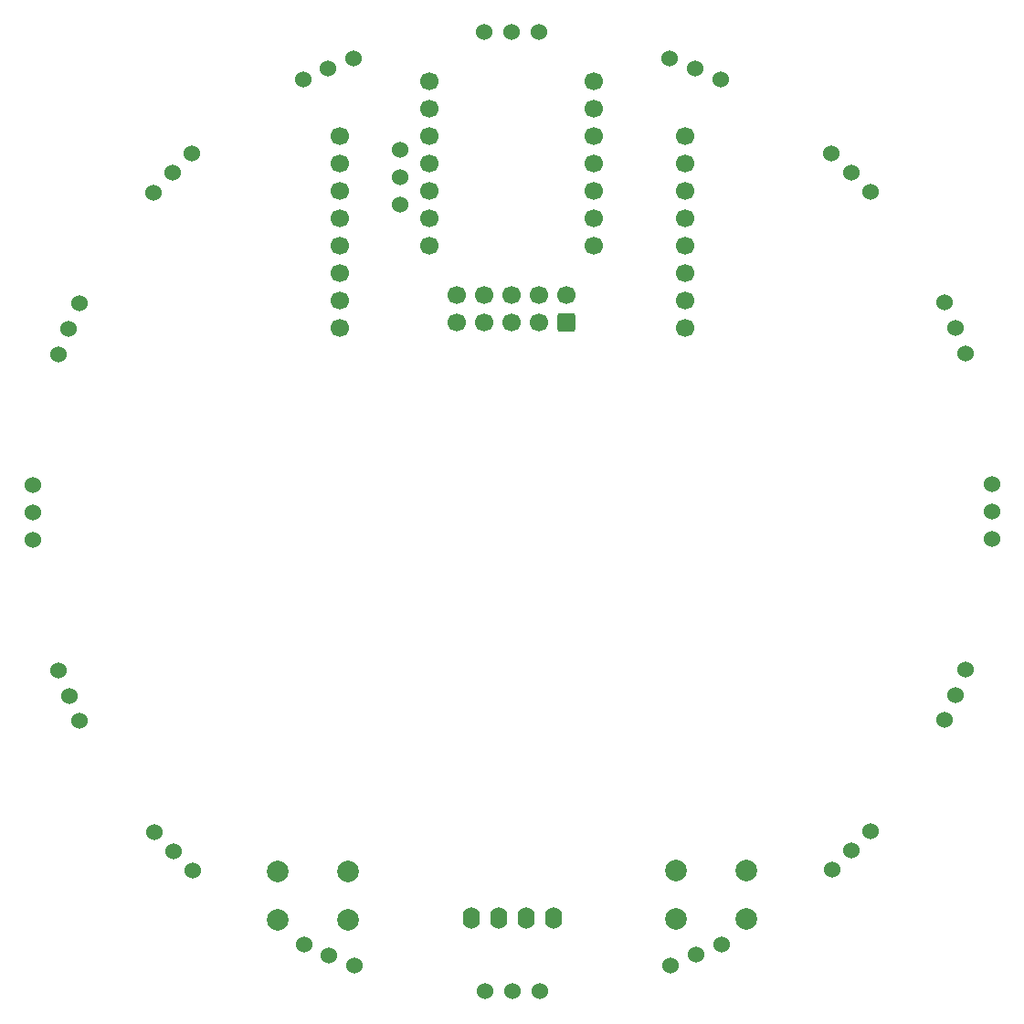
<source format=gbr>
%TF.GenerationSoftware,KiCad,Pcbnew,7.0.9*%
%TF.CreationDate,2024-01-11T17:52:56+09:00*%
%TF.ProjectId,SensorBoard,53656e73-6f72-4426-9f61-72642e6b6963,rev?*%
%TF.SameCoordinates,Original*%
%TF.FileFunction,Soldermask,Bot*%
%TF.FilePolarity,Negative*%
%FSLAX46Y46*%
G04 Gerber Fmt 4.6, Leading zero omitted, Abs format (unit mm)*
G04 Created by KiCad (PCBNEW 7.0.9) date 2024-01-11 17:52:56*
%MOMM*%
%LPD*%
G01*
G04 APERTURE LIST*
G04 Aperture macros list*
%AMRoundRect*
0 Rectangle with rounded corners*
0 $1 Rounding radius*
0 $2 $3 $4 $5 $6 $7 $8 $9 X,Y pos of 4 corners*
0 Add a 4 corners polygon primitive as box body*
4,1,4,$2,$3,$4,$5,$6,$7,$8,$9,$2,$3,0*
0 Add four circle primitives for the rounded corners*
1,1,$1+$1,$2,$3*
1,1,$1+$1,$4,$5*
1,1,$1+$1,$6,$7*
1,1,$1+$1,$8,$9*
0 Add four rect primitives between the rounded corners*
20,1,$1+$1,$2,$3,$4,$5,0*
20,1,$1+$1,$4,$5,$6,$7,0*
20,1,$1+$1,$6,$7,$8,$9,0*
20,1,$1+$1,$8,$9,$2,$3,0*%
G04 Aperture macros list end*
%ADD10C,2.000000*%
%ADD11O,1.600000X2.000000*%
%ADD12C,1.700000*%
%ADD13C,1.524000*%
%ADD14RoundRect,0.250000X0.600000X-0.600000X0.600000X0.600000X-0.600000X0.600000X-0.600000X-0.600000X0*%
G04 APERTURE END LIST*
D10*
%TO.C,SW1*%
X161417000Y-139319000D03*
X154917000Y-139319000D03*
X161417000Y-134819000D03*
X154917000Y-134819000D03*
%TD*%
D11*
%TO.C,Brd1*%
X143560800Y-139242800D03*
X141020800Y-139242800D03*
X138480800Y-139242800D03*
X135940800Y-139242800D03*
%TD*%
D12*
%TO.C,U18*%
X132080000Y-61722000D03*
X132080000Y-64262000D03*
X132080000Y-66802000D03*
X132080000Y-69342000D03*
X132080000Y-71882000D03*
X132080000Y-74422000D03*
X132080000Y-76962000D03*
X147320000Y-76962000D03*
X147320000Y-74422000D03*
X147320000Y-71882000D03*
X147320000Y-69342000D03*
X147320000Y-66802000D03*
X147320000Y-64262000D03*
X147320000Y-61722000D03*
%TD*%
D10*
%TO.C,SW2*%
X124535000Y-139410000D03*
X118035000Y-139410000D03*
X124535000Y-134910000D03*
X118035000Y-134910000D03*
%TD*%
D13*
%TO.C,U3*%
X159059898Y-61490661D03*
X156713244Y-60518645D03*
X154366590Y-59546629D03*
%TD*%
%TO.C,U10*%
X137237922Y-146050000D03*
X139777922Y-146050000D03*
X142317922Y-146050000D03*
%TD*%
%TO.C,U7*%
X179848300Y-120920937D03*
X180820316Y-118574283D03*
X181792332Y-116227629D03*
%TD*%
%TO.C,U9*%
X154438581Y-143623551D03*
X156785235Y-142651535D03*
X159131889Y-141679519D03*
%TD*%
D14*
%TO.C,J1*%
X144780000Y-84023200D03*
D12*
X144780000Y-81483200D03*
X142240000Y-84023200D03*
X142240000Y-81483200D03*
X139700000Y-84023200D03*
X139700000Y-81483200D03*
X137160000Y-84023200D03*
X137160000Y-81483200D03*
X134620000Y-84023200D03*
X134620000Y-81483200D03*
%TD*%
D13*
%TO.C,U12*%
X106539563Y-131262395D03*
X108335615Y-133058446D03*
X110131666Y-134854498D03*
%TD*%
%TO.C,U8*%
X169401356Y-134799398D03*
X171197407Y-133003346D03*
X172993459Y-131207295D03*
%TD*%
%TO.C,U11*%
X120418024Y-141709339D03*
X122764678Y-142681355D03*
X125111332Y-143653371D03*
%TD*%
%TO.C,U5*%
X181762512Y-86900380D03*
X180790496Y-84553726D03*
X179818480Y-82207072D03*
%TD*%
%TO.C,U20*%
X129388000Y-73152000D03*
X129388000Y-70612000D03*
X129388000Y-68072000D03*
%TD*%
%TO.C,U16*%
X110076566Y-68400602D03*
X108280515Y-70196654D03*
X106484463Y-71992705D03*
%TD*%
%TO.C,U2*%
X142240000Y-57150000D03*
X139700000Y-57150000D03*
X137160000Y-57150000D03*
%TD*%
%TO.C,U14*%
X95288961Y-99098961D03*
X95288961Y-101638961D03*
X95288961Y-104178961D03*
%TD*%
%TO.C,U17*%
X125039341Y-59576449D03*
X122692687Y-60548465D03*
X120346033Y-61520481D03*
%TD*%
%TO.C,U13*%
X97715410Y-116299620D03*
X98687426Y-118646274D03*
X99659442Y-120992928D03*
%TD*%
%TO.C,U4*%
X172938359Y-71937605D03*
X171142307Y-70141554D03*
X169346256Y-68345502D03*
%TD*%
D12*
%TO.C,U19*%
X123750000Y-66806000D03*
X123750000Y-69346000D03*
X123750000Y-71886000D03*
X123750000Y-74426000D03*
X123750000Y-76966000D03*
X123750000Y-79506000D03*
X123750000Y-82046000D03*
X123750000Y-84586000D03*
X155750000Y-84586000D03*
X155750000Y-82046000D03*
X155750000Y-79506000D03*
X155750000Y-76966000D03*
X155750000Y-74426000D03*
X155750000Y-71886000D03*
X155750000Y-69346000D03*
X155750000Y-66806000D03*
%TD*%
D13*
%TO.C,U15*%
X99629622Y-82279063D03*
X98657606Y-84625717D03*
X97685590Y-86972371D03*
%TD*%
%TO.C,U6*%
X184188961Y-104101039D03*
X184188961Y-101561039D03*
X184188961Y-99021039D03*
%TD*%
M02*

</source>
